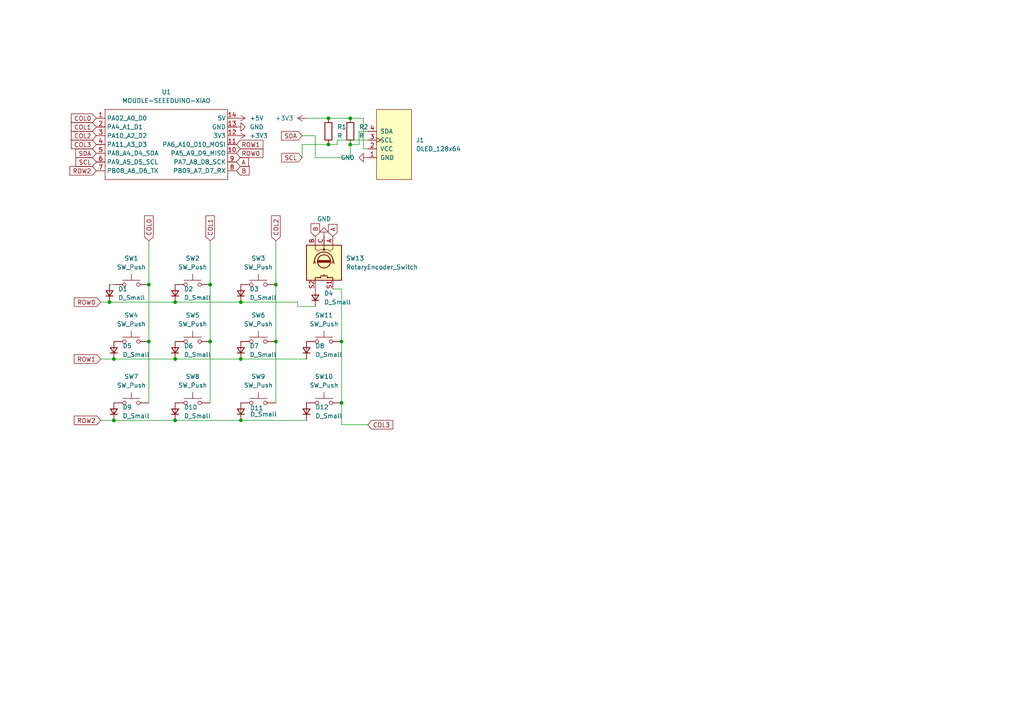
<source format=kicad_sch>
(kicad_sch (version 20231120) (generator "eeschema") (generator_version "8.0")
  (paper "A4")
  (lib_symbols
    (symbol "Device:D_Small" (pin_numbers hide) (pin_names (offset 0.254) hide)
      (property "Reference" "D" (at -1.27 2.032 0))
      (property "Value" "D_Small" (at -3.81 -2.032 0))
      (symbol "D_Small_0_1"
        (polyline (pts (xy -0.762 -1.016) (xy -0.762 1.016)) (stroke (width 0.254)))
        (polyline (pts (xy -0.762 0) (xy 0.762 0)))
        (polyline (pts (xy 0.762 -1.016) (xy -0.762 0) (xy 0.762 1.016) (xy 0.762 -1.016)) (stroke (width 0.254)))
      )
      (symbol "D_Small_1_1"
        (pin passive line (at -2.54 0 0) (length 1.778) (name "K") (number "1"))
        (pin passive line (at 2.54 0 180) (length 1.778) (name "A") (number "2"))
      )
    )
    (symbol "Device:R" (pin_numbers hide) (pin_names (offset 0))
      (property "Reference" "R" (at 2.032 0 90))
      (property "Value" "R" (at 0 0 90))
      (symbol "R_0_1"
        (rectangle (start -1.016 -2.54) (end 1.016 2.54) (stroke (width 0.254)))
      )
      (symbol "R_1_1"
        (pin passive line (at 0 3.81 270) (length 1.27) (name "~") (number "1"))
        (pin passive line (at 0 -3.81 90) (length 1.27) (name "~") (number "2"))
      )
    )
    (symbol "Device:RotaryEncoder_Switch" (pin_names (offset 0.254) hide)
      (property "Reference" "SW" (at 0 6.604 0))
      (property "Value" "RotaryEncoder_Switch" (at 0 -6.604 0))
      (symbol "RotaryEncoder_Switch_0_1"
        (rectangle (start -5.08 5.08) (end 5.08 -5.08) (stroke (width 0.254)) (fill (type background)))
        (circle (center -3.81 0) (radius 0.254) (fill (type outline)))
        (circle (center -0.381 0) (radius 1.905) (stroke (width 0.254)))
        (arc (start -0.381 2.667) (mid -3.0988 -0.0635) (end -0.381 -2.794) (stroke (width 0.254)))
        (polyline (pts (xy -0.635 -1.778) (xy -0.635 1.778)) (stroke (width 0.254)))
        (polyline (pts (xy -0.381 -1.778) (xy -0.381 1.778)) (stroke (width 0.254)))
        (polyline (pts (xy -0.127 1.778) (xy -0.127 -1.778)) (stroke (width 0.254)))
        (polyline (pts (xy 3.81 0) (xy 3.429 0)) (stroke (width 0.254)))
        (polyline (pts (xy 3.81 1.016) (xy 3.81 -1.016)) (stroke (width 0.254)))
        (polyline (pts (xy -5.08 -2.54) (xy -3.81 -2.54) (xy -3.81 -2.032)))
        (polyline (pts (xy -5.08 2.54) (xy -3.81 2.54) (xy -3.81 2.032)))
        (polyline (pts (xy 0.254 -3.048) (xy -0.508 -2.794) (xy 0.127 -2.413)) (stroke (width 0.254)))
        (polyline (pts (xy 0.254 2.921) (xy -0.508 2.667) (xy 0.127 2.286)) (stroke (width 0.254)))
        (polyline (pts (xy 5.08 -2.54) (xy 4.318 -2.54) (xy 4.318 -1.016)) (stroke (width 0.254)))
        (polyline (pts (xy 5.08 2.54) (xy 4.318 2.54) (xy 4.318 1.016)) (stroke (width 0.254)))
        (polyline (pts (xy -5.08 0) (xy -3.81 0) (xy -3.81 -1.016) (xy -3.302 -2.032)))
        (polyline (pts (xy -4.318 0) (xy -3.81 0) (xy -3.81 1.016) (xy -3.302 2.032)))
        (circle (center 4.318 -1.016) (radius 0.127) (stroke (width 0.254)))
        (circle (center 4.318 1.016) (radius 0.127) (stroke (width 0.254)))
      )
      (symbol "RotaryEncoder_Switch_1_1"
        (pin passive line (at -7.62 2.54 0) (length 2.54) (name "A") (number "A"))
        (pin passive line (at -7.62 -2.54 0) (length 2.54) (name "B") (number "B"))
        (pin passive line (at -7.62 0 0) (length 2.54) (name "C") (number "C"))
        (pin passive line (at 7.62 2.54 180) (length 2.54) (name "S1") (number "S1"))
        (pin passive line (at 7.62 -2.54 180) (length 2.54) (name "S2") (number "S2"))
      )
    )
    (symbol "ScottoKeebs:OLED_128x64" (pin_names (offset 1.016))
      (property "Reference" "J" (at 0 -11.43 0))
      (property "Value" "OLED_128x64" (at 0 -7.62 0))
      (symbol "OLED_128x64_0_1"
        (rectangle (start 10.16 -10.16) (end -10.16 0) (fill (type background)))
      )
      (symbol "OLED_128x64_1_1"
        (pin power_in line (at -3.81 2.54 270) (length 2.54) (name "GND") (number "1"))
        (pin power_in line (at -1.27 2.54 270) (length 2.54) (name "VCC") (number "2"))
        (pin input clock (at 1.27 2.54 270) (length 2.54) (name "SCL") (number "3"))
        (pin bidirectional line (at 3.81 2.54 270) (length 2.54) (name "SDA") (number "4"))
      )
    )
    (symbol "Switch:SW_Push" (pin_numbers hide) (pin_names (offset 1.016) hide)
      (property "Reference" "SW" (at 1.27 2.54 0))
      (property "Value" "SW_Push" (at 0 -1.524 0))
      (symbol "SW_Push_0_1"
        (circle (center -2.032 0) (radius 0.508))
        (polyline (pts (xy 0 1.27) (xy 0 3.048)))
        (polyline (pts (xy 2.54 1.27) (xy -2.54 1.27)))
        (circle (center 2.032 0) (radius 0.508))
        (pin passive line (at -5.08 0 0) (length 2.54) (name "1") (number "1"))
        (pin passive line (at 5.08 0 180) (length 2.54) (name "2") (number "2"))
      )
    )
    (symbol "XIAO_RP2040:MOUDLE-SEEEDUINO-XIAO"
      (property "Reference" "U" (at -16.51 11.43 0))
      (property "Value" "MOUDLE-SEEEDUINO-XIAO" (at -3.81 -11.43 0))
      (symbol "MOUDLE-SEEEDUINO-XIAO_0_1"
        (rectangle (start -16.51 10.16) (end 19.05 -10.16))
      )
      (symbol "MOUDLE-SEEEDUINO-XIAO_1_1"
        (pin passive line (at -19.05 7.62 0) (length 2.54) (name "PA02_A0_D0") (number "1"))
        (pin passive line (at 21.59 -2.54 180) (length 2.54) (name "PA5_A9_D9_MISO") (number "10"))
        (pin passive line (at 21.59 0 180) (length 2.54) (name "PA6_A10_D10_MOSI") (number "11"))
        (pin passive line (at 21.59 2.54 180) (length 2.54) (name "3V3") (number "12"))
        (pin passive line (at 21.59 5.08 180) (length 2.54) (name "GND") (number "13"))
        (pin passive line (at 21.59 7.62 180) (length 2.54) (name "5V") (number "14"))
        (pin passive line (at -19.05 5.08 0) (length 2.54) (name "PA4_A1_D1") (number "2"))
        (pin passive line (at -19.05 2.54 0) (length 2.54) (name "PA10_A2_D2") (number "3"))
        (pin passive line (at -19.05 0 0) (length 2.54) (name "PA11_A3_D3") (number "4"))
        (pin passive line (at -19.05 -2.54 0) (length 2.54) (name "PA8_A4_D4_SDA") (number "5"))
        (pin passive line (at -19.05 -5.08 0) (length 2.54) (name "PA9_A5_D5_SCL") (number "6"))
        (pin passive line (at -19.05 -7.62 0) (length 2.54) (name "PB08_A6_D6_TX") (number "7"))
        (pin passive line (at 21.59 -7.62 180) (length 2.54) (name "PB09_A7_D7_RX") (number "8"))
        (pin passive line (at 21.59 -5.08 180) (length 2.54) (name "PA7_A8_D8_SCK") (number "9"))
      )
    )
    (symbol "power:+3V3" (power) (pin_numbers hide) (pin_names (offset 0) hide)
      (property "Value" "+3V3" (at 0 3.556 0))
      (symbol "+3V3_0_1"
        (polyline (pts (xy -0.762 1.27) (xy 0 2.54)))
        (polyline (pts (xy 0 0) (xy 0 2.54)))
        (polyline (pts (xy 0 2.54) (xy 0.762 1.27)))
      )
      (symbol "+3V3_1_1"
        (pin power_in line (at 0 0 90) (length 0) (name "~") (number "1"))
      )
    )
    (symbol "power:+5V" (power) (pin_numbers hide) (pin_names (offset 0) hide)
      (property "Value" "+5V" (at 0 3.556 0))
      (symbol "+5V_0_1"
        (polyline (pts (xy -0.762 1.27) (xy 0 2.54)))
        (polyline (pts (xy 0 0) (xy 0 2.54)))
        (polyline (pts (xy 0 2.54) (xy 0.762 1.27)))
      )
      (symbol "+5V_1_1"
        (pin power_in line (at 0 0 90) (length 0) (name "~") (number "1"))
      )
    )
    (symbol "power:GND" (power) (pin_numbers hide) (pin_names (offset 0) hide)
      (property "Value" "GND" (at 0 -3.81 0))
      (symbol "GND_0_1"
        (polyline (pts (xy 0 0) (xy 0 -1.27) (xy 1.27 -1.27) (xy 0 -2.54) (xy -1.27 -1.27) (xy 0 -1.27)))
      )
      (symbol "GND_1_1"
        (pin power_in line (at 0 0 270) (length 0) (name "~") (number "1"))
      )
    )
  )
  (junction (at 33.02 121.92))
  (junction (at 69.85 121.92))
  (junction (at 80.01 82.55))
  (junction (at 69.85 104.14))
  (junction (at 69.85 87.63))
  (junction (at 95.25 34.29))
  (junction (at 50.8 104.14))
  (junction (at 43.18 99.06))
  (junction (at 101.6 41.91))
  (junction (at 50.8 121.92))
  (junction (at 101.6 34.29))
  (junction (at 99.06 99.06))
  (junction (at 31.75 87.63))
  (junction (at 33.02 104.14))
  (junction (at 50.8 87.63))
  (junction (at 99.06 116.84))
  (junction (at 60.96 99.06))
  (junction (at 80.01 99.06))
  (junction (at 43.18 82.55))
  (junction (at 95.25 41.91))
  (junction (at 60.96 82.55))
  (wire (pts (xy 50.8 121.92) (xy 69.85 121.92)))
  (wire (pts (xy 50.8 104.14) (xy 69.85 104.14)))
  (wire (pts (xy 50.8 87.63) (xy 69.85 87.63)))
  (wire (pts (xy 99.06 123.19) (xy 99.06 116.84)))
  (wire (pts (xy 99.06 116.84) (xy 99.06 99.06)))
  (wire (pts (xy 60.96 69.85) (xy 60.96 82.55)))
  (wire (pts (xy 80.01 82.55) (xy 80.01 99.06)))
  (wire (pts (xy 69.85 121.92) (xy 88.9 121.92)))
  (wire (pts (xy 86.36 87.63) (xy 86.36 88.9)))
  (wire (pts (xy 86.36 88.9) (xy 91.44 88.9)))
  (wire (pts (xy 91.44 39.37) (xy 87.63 39.37)))
  (wire (pts (xy 29.21 121.92) (xy 33.02 121.92)))
  (wire (pts (xy 99.06 83.82) (xy 96.52 83.82)))
  (wire (pts (xy 33.02 104.14) (xy 50.8 104.14)))
  (wire (pts (xy 31.75 87.63) (xy 50.8 87.63)))
  (wire (pts (xy 97.79 41.91) (xy 95.25 41.91)))
  (wire (pts (xy 97.79 40.64) (xy 106.68 40.64)))
  (wire (pts (xy 104.14 38.1) (xy 104.14 41.91)))
  (wire (pts (xy 105.41 34.29) (xy 105.41 43.18)))
  (wire (pts (xy 105.41 43.18) (xy 106.68 43.18)))
  (wire (pts (xy 43.18 99.06) (xy 43.18 116.84)))
  (wire (pts (xy 69.85 87.63) (xy 86.36 87.63)))
  (wire (pts (xy 95.25 34.29) (xy 101.6 34.29)))
  (wire (pts (xy 104.14 41.91) (xy 101.6 41.91)))
  (wire (pts (xy 43.18 69.85) (xy 43.18 82.55)))
  (wire (pts (xy 31.75 82.55) (xy 33.02 82.55)))
  (wire (pts (xy 43.18 82.55) (xy 43.18 99.06)))
  (wire (pts (xy 97.79 40.64) (xy 97.79 41.91)))
  (wire (pts (xy 106.68 123.19) (xy 99.06 123.19)))
  (wire (pts (xy 87.63 41.91) (xy 87.63 45.72)))
  (wire (pts (xy 80.01 99.06) (xy 80.01 116.84)))
  (wire (pts (xy 80.01 69.85) (xy 80.01 82.55)))
  (wire (pts (xy 88.9 34.29) (xy 95.25 34.29)))
  (wire (pts (xy 60.96 82.55) (xy 60.96 99.06)))
  (wire (pts (xy 95.25 41.91) (xy 87.63 41.91)))
  (wire (pts (xy 33.02 121.92) (xy 50.8 121.92)))
  (wire (pts (xy 99.06 99.06) (xy 99.06 83.82)))
  (wire (pts (xy 101.6 34.29) (xy 105.41 34.29)))
  (wire (pts (xy 91.44 45.72) (xy 91.44 39.37)))
  (wire (pts (xy 29.21 104.14) (xy 33.02 104.14)))
  (wire (pts (xy 106.68 38.1) (xy 104.14 38.1)))
  (wire (pts (xy 69.85 119.38) (xy 69.85 120.65)))
  (wire (pts (xy 60.96 99.06) (xy 60.96 116.84)))
  (wire (pts (xy 101.6 45.72) (xy 91.44 45.72)))
  (wire (pts (xy 101.6 41.91) (xy 101.6 45.72)))
  (wire (pts (xy 69.85 104.14) (xy 88.9 104.14)))
  (wire (pts (xy 29.21 87.63) (xy 31.75 87.63)))
  (global_label "COL3" (shape input) (at 27.94 41.91 180) (property "Intersheetrefs" "${INTERSHEET_REFS}" (effects (hide yes))))
  (global_label "B" (shape input) (at 68.58 49.53 0) (property "Intersheetrefs" "${INTERSHEET_REFS}" (effects (hide yes))))
  (global_label "A" (shape input) (at 96.52 68.58 90) (property "Intersheetrefs" "${INTERSHEET_REFS}" (effects (hide yes))))
  (global_label "ROW0" (shape input) (at 68.58 44.45 0) (property "Intersheetrefs" "${INTERSHEET_REFS}" (effects (hide yes))))
  (global_label "COL2" (shape input) (at 27.94 39.37 180) (property "Intersheetrefs" "${INTERSHEET_REFS}" (effects (hide yes))))
  (global_label "COL2" (shape input) (at 80.01 69.85 90) (property "Intersheetrefs" "${INTERSHEET_REFS}" (effects (hide yes))))
  (global_label "COL1" (shape input) (at 27.94 36.83 180) (property "Intersheetrefs" "${INTERSHEET_REFS}" (effects (hide yes))))
  (global_label "ROW2" (shape input) (at 27.94 49.53 180) (property "Intersheetrefs" "${INTERSHEET_REFS}" (effects (hide yes))))
  (global_label "ROW1" (shape input) (at 29.21 104.14 180) (property "Intersheetrefs" "${INTERSHEET_REFS}" (effects (hide yes))))
  (global_label "COL0" (shape input) (at 27.94 34.29 180) (property "Intersheetrefs" "${INTERSHEET_REFS}" (effects (hide yes))))
  (global_label "A" (shape input) (at 68.58 46.99 0) (property "Intersheetrefs" "${INTERSHEET_REFS}" (effects (hide yes))))
  (global_label "SCL" (shape input) (at 27.94 46.99 180) (property "Intersheetrefs" "${INTERSHEET_REFS}" (effects (hide yes))))
  (global_label "ROW1" (shape input) (at 68.58 41.91 0) (property "Intersheetrefs" "${INTERSHEET_REFS}" (effects (hide yes))))
  (global_label "SDA" (shape input) (at 27.94 44.45 180) (property "Intersheetrefs" "${INTERSHEET_REFS}" (effects (hide yes))))
  (global_label "COL1" (shape input) (at 60.96 69.85 90) (property "Intersheetrefs" "${INTERSHEET_REFS}" (effects (hide yes))))
  (global_label "COL3" (shape input) (at 106.68 123.19 0) (property "Intersheetrefs" "${INTERSHEET_REFS}" (effects (hide yes))))
  (global_label "B" (shape input) (at 91.44 68.58 90) (property "Intersheetrefs" "${INTERSHEET_REFS}" (effects (hide yes))))
  (global_label "SDA" (shape input) (at 87.63 39.37 180) (property "Intersheetrefs" "${INTERSHEET_REFS}" (effects (hide yes))))
  (global_label "ROW2" (shape input) (at 29.21 121.92 180) (property "Intersheetrefs" "${INTERSHEET_REFS}" (effects (hide yes))))
  (global_label "ROW0" (shape input) (at 29.21 87.63 180) (property "Intersheetrefs" "${INTERSHEET_REFS}" (effects (hide yes))))
  (global_label "COL0" (shape input) (at 43.18 69.85 90) (property "Intersheetrefs" "${INTERSHEET_REFS}" (effects (hide yes))))
  (global_label "SCL" (shape input) (at 87.63 45.72 180) (property "Intersheetrefs" "${INTERSHEET_REFS}" (effects (hide yes))))
  (symbol (lib_id "power:GND") (at 68.58 36.83 90) (unit 1)
    (property "Reference" "#PWR02" (effects (hide yes)))
    (property "Value" "GND" (at 72.39 36.8299 90) (effects (justify right)))
    (property "Description" "Power symbol creates a global label with name \"GND\" , ground" (effects (hide yes)))
  )
  (symbol (lib_id "Switch:SW_Push") (at 74.93 99.06 0) (unit 1)
    (property "Reference" "SW6" (at 74.93 91.44 0))
    (property "Value" "SW_Push" (at 74.93 93.98 0))
    (property "Footprint" "Button_Switch_Keyboard:SW_Cherry_MX_1.00u_PCB" (effects (hide yes)))
    (property "Description" "Push button switch, generic, two pins" (effects (hide yes)))
  )
  (symbol (lib_id "power:+5V") (at 68.58 34.29 270) (unit 1)
    (property "Reference" "#PWR03" (effects (hide yes)))
    (property "Value" "+5V" (at 72.39 34.2899 90) (effects (justify left)))
    (property "Description" "Power symbol creates a global label with name \"+5V\"" (effects (hide yes)))
  )
  (symbol (lib_id "Device:D_Small") (at 50.8 119.38 90) (unit 1)
    (property "Reference" "D10" (at 53.34 118.1099 90) (effects (justify right)))
    (property "Value" "D_Small" (at 53.34 120.6499 90) (effects (justify right)))
    (property "Footprint" "ScottoKeebs_Components:Diode_DO-35" (effects (hide yes)))
    (property "Description" "Diode, small symbol" (effects (hide yes)))
    (property "Sim.Device" "D" (effects (hide yes)))
    (property "Sim.Pins" "1=K 2=A" (effects (hide yes)))
  )
  (symbol (lib_id "XIAO_RP2040:MOUDLE-SEEEDUINO-XIAO") (at 46.99 41.91 0) (unit 1)
    (property "Reference" "U1" (at 48.26 26.67 0))
    (property "Value" "MOUDLE-SEEEDUINO-XIAO" (at 48.26 29.21 0))
    (property "Footprint" "footprints:XIAO-Generic-Hybrid-14P-2.54-21X17.8MM" (effects (hide yes)))
  )
  (symbol (lib_id "Device:D_Small") (at 69.85 101.6 90) (unit 1)
    (property "Reference" "D7" (at 72.39 100.3299 90) (effects (justify right)))
    (property "Value" "D_Small" (at 72.39 102.8699 90) (effects (justify right)))
    (property "Footprint" "ScottoKeebs_Components:Diode_DO-35" (effects (hide yes)))
    (property "Description" "Diode, small symbol" (effects (hide yes)))
    (property "Sim.Device" "D" (effects (hide yes)))
    (property "Sim.Pins" "1=K 2=A" (effects (hide yes)))
  )
  (symbol (lib_id "power:GND") (at 106.68 45.72 270) (unit 1)
    (property "Reference" "#PWR05" (effects (hide yes)))
    (property "Value" "GND" (at 102.87 45.7199 90) (effects (justify right)))
    (property "Description" "Power symbol creates a global label with name \"GND\" , ground" (effects (hide yes)))
  )
  (symbol (lib_id "Device:R") (at 95.25 38.1 0) (unit 1)
    (property "Reference" "R1" (at 97.79 36.8299 0) (effects (justify left)))
    (property "Value" "R" (at 97.79 39.3699 0) (effects (justify left)))
    (property "Footprint" "Resistor_THT:R_Axial_DIN0204_L3.6mm_D1.6mm_P7.62mm_Horizontal" (effects (hide yes)))
    (property "Description" "Resistor" (effects (hide yes)))
  )
  (symbol (lib_id "Device:D_Small") (at 69.85 85.09 90) (unit 1)
    (property "Reference" "D3" (at 72.39 83.8199 90) (effects (justify right)))
    (property "Value" "D_Small" (at 72.39 86.3599 90) (effects (justify right)))
    (property "Footprint" "ScottoKeebs_Components:Diode_DO-35" (effects (hide yes)))
    (property "Description" "Diode, small symbol" (effects (hide yes)))
    (property "Sim.Device" "D" (effects (hide yes)))
    (property "Sim.Pins" "1=K 2=A" (effects (hide yes)))
  )
  (symbol (lib_id "Switch:SW_Push") (at 38.1 99.06 0) (unit 1)
    (property "Reference" "SW4" (at 38.1 91.44 0))
    (property "Value" "SW_Push" (at 38.1 93.98 0))
    (property "Footprint" "Button_Switch_Keyboard:SW_Cherry_MX_1.00u_PCB" (effects (hide yes)))
    (property "Description" "Push button switch, generic, two pins" (effects (hide yes)))
  )
  (symbol (lib_id "Device:D_Small") (at 69.85 119.38 90) (unit 1)
    (property "Reference" "D11" (at 74.422 118.364 90))
    (property "Value" "D_Small" (at 76.454 120.142 90))
    (property "Footprint" "ScottoKeebs_Components:Diode_DO-35" (effects (hide yes)))
    (property "Description" "Diode, small symbol" (effects (hide yes)))
    (property "Sim.Device" "D" (effects (hide yes)))
    (property "Sim.Pins" "1=K 2=A" (effects (hide yes)))
  )
  (symbol (lib_id "Switch:SW_Push") (at 93.98 116.84 0) (unit 1)
    (property "Reference" "SW10" (at 93.98 109.22 0))
    (property "Value" "SW_Push" (at 93.98 111.76 0))
    (property "Footprint" "Button_Switch_Keyboard:SW_Cherry_MX_1.00u_PCB" (effects (hide yes)))
    (property "Description" "Push button switch, generic, two pins" (effects (hide yes)))
  )
  (symbol (lib_id "Switch:SW_Push") (at 55.88 116.84 0) (unit 1)
    (property "Reference" "SW8" (at 55.88 109.22 0))
    (property "Value" "SW_Push" (at 55.88 111.76 0))
    (property "Footprint" "Button_Switch_Keyboard:SW_Cherry_MX_1.00u_PCB" (effects (hide yes)))
    (property "Description" "Push button switch, generic, two pins" (effects (hide yes)))
  )
  (symbol (lib_id "Switch:SW_Push") (at 38.1 82.55 0) (unit 1)
    (property "Reference" "SW1" (at 38.1 74.93 0))
    (property "Value" "SW_Push" (at 38.1 77.47 0))
    (property "Footprint" "Button_Switch_Keyboard:SW_Cherry_MX_1.00u_PCB" (effects (hide yes)))
    (property "Description" "Push button switch, generic, two pins" (effects (hide yes)))
  )
  (symbol (lib_id "Switch:SW_Push") (at 74.93 116.84 0) (unit 1)
    (property "Reference" "SW9" (at 74.93 109.22 0))
    (property "Value" "SW_Push" (at 74.93 111.76 0))
    (property "Footprint" "Button_Switch_Keyboard:SW_Cherry_MX_1.00u_PCB" (effects (hide yes)))
    (property "Description" "Push button switch, generic, two pins" (effects (hide yes)))
  )
  (symbol (lib_id "Device:R") (at 101.6 38.1 0) (unit 1)
    (property "Reference" "R2" (at 104.14 36.8299 0) (effects (justify left)))
    (property "Value" "R" (at 104.14 39.3699 0) (effects (justify left)))
    (property "Footprint" "Resistor_THT:R_Axial_DIN0204_L3.6mm_D1.6mm_P7.62mm_Horizontal" (effects (hide yes)))
    (property "Description" "Resistor" (effects (hide yes)))
  )
  (symbol (lib_id "ScottoKeebs:OLED_128x64") (at 109.22 41.91 90) (unit 1)
    (property "Reference" "J1" (at 120.65 40.6399 90) (effects (justify right)))
    (property "Value" "OLED_128x64" (at 120.65 43.1799 90) (effects (justify right)))
    (property "Footprint" "ScottoKeebs_Components:OLED_128x64" (effects (hide yes)))
  )
  (symbol (lib_id "Device:RotaryEncoder_Switch") (at 93.98 76.2 270) (unit 1)
    (property "Reference" "SW13" (at 100.33 74.9299 90) (effects (justify left)))
    (property "Value" "RotaryEncoder_Switch" (at 100.33 77.4699 90) (effects (justify left)))
    (property "Footprint" "Rotary_Encoder:RotaryEncoder_Alps_EC11E-Switch_Vertical_H20mm" (effects (hide yes)))
    (property "Description" "Rotary encoder, dual channel, incremental quadrate outputs, with switch" (effects (hide yes)))
  )
  (symbol (lib_id "Device:D_Small") (at 91.44 86.36 90) (unit 1)
    (property "Reference" "D4" (at 93.98 85.0899 90) (effects (justify right)))
    (property "Value" "D_Small" (at 93.98 87.6299 90) (effects (justify right)))
    (property "Footprint" "ScottoKeebs_Components:Diode_DO-35" (effects (hide yes)))
    (property "Description" "Diode, small symbol" (effects (hide yes)))
    (property "Sim.Device" "D" (effects (hide yes)))
    (property "Sim.Pins" "1=K 2=A" (effects (hide yes)))
  )
  (symbol (lib_id "Device:D_Small") (at 88.9 119.38 90) (unit 1)
    (property "Reference" "D12" (at 91.44 118.1099 90) (effects (justify right)))
    (property "Value" "D_Small" (at 91.44 120.6499 90) (effects (justify right)))
    (property "Footprint" "ScottoKeebs_Components:Diode_DO-35" (effects (hide yes)))
    (property "Description" "Diode, small symbol" (effects (hide yes)))
    (property "Sim.Device" "D" (effects (hide yes)))
    (property "Sim.Pins" "1=K 2=A" (effects (hide yes)))
  )
  (symbol (lib_id "Switch:SW_Push") (at 74.93 82.55 0) (unit 1)
    (property "Reference" "SW3" (at 74.93 74.93 0))
    (property "Value" "SW_Push" (at 74.93 77.47 0))
    (property "Footprint" "Button_Switch_Keyboard:SW_Cherry_MX_1.00u_PCB" (effects (hide yes)))
    (property "Description" "Push button switch, generic, two pins" (effects (hide yes)))
  )
  (symbol (lib_id "Device:D_Small") (at 33.02 101.6 90) (unit 1)
    (property "Reference" "D5" (at 35.56 100.3299 90) (effects (justify right)))
    (property "Value" "D_Small" (at 35.56 102.8699 90) (effects (justify right)))
    (property "Footprint" "ScottoKeebs_Components:Diode_DO-35" (effects (hide yes)))
    (property "Description" "Diode, small symbol" (effects (hide yes)))
    (property "Sim.Device" "D" (effects (hide yes)))
    (property "Sim.Pins" "1=K 2=A" (effects (hide yes)))
  )
  (symbol (lib_id "Device:D_Small") (at 33.02 119.38 90) (unit 1)
    (property "Reference" "D9" (at 35.56 118.1099 90) (effects (justify right)))
    (property "Value" "D_Small" (at 35.56 120.6499 90) (effects (justify right)))
    (property "Footprint" "ScottoKeebs_Components:Diode_DO-35" (effects (hide yes)))
    (property "Description" "Diode, small symbol" (effects (hide yes)))
    (property "Sim.Device" "D" (effects (hide yes)))
    (property "Sim.Pins" "1=K 2=A" (effects (hide yes)))
  )
  (symbol (lib_id "Device:D_Small") (at 88.9 101.6 90) (unit 1)
    (property "Reference" "D8" (at 91.44 100.3299 90) (effects (justify right)))
    (property "Value" "D_Small" (at 91.44 102.8699 90) (effects (justify right)))
    (property "Footprint" "ScottoKeebs_Components:Diode_DO-35" (effects (hide yes)))
    (property "Description" "Diode, small symbol" (effects (hide yes)))
    (property "Sim.Device" "D" (effects (hide yes)))
    (property "Sim.Pins" "1=K 2=A" (effects (hide yes)))
  )
  (symbol (lib_id "Switch:SW_Push") (at 93.98 99.06 0) (unit 1)
    (property "Reference" "SW11" (at 93.98 91.44 0))
    (property "Value" "SW_Push" (at 93.98 93.98 0))
    (property "Footprint" "Button_Switch_Keyboard:SW_Cherry_MX_1.00u_PCB" (effects (hide yes)))
    (property "Description" "Push button switch, generic, two pins" (effects (hide yes)))
  )
  (symbol (lib_id "Switch:SW_Push") (at 55.88 99.06 0) (unit 1)
    (property "Reference" "SW5" (at 55.88 91.44 0))
    (property "Value" "SW_Push" (at 55.88 93.98 0))
    (property "Footprint" "Button_Switch_Keyboard:SW_Cherry_MX_1.00u_PCB" (effects (hide yes)))
    (property "Description" "Push button switch, generic, two pins" (effects (hide yes)))
  )
  (symbol (lib_id "Device:D_Small") (at 31.75 85.09 90) (unit 1)
    (property "Reference" "D1" (at 34.29 83.8199 90) (effects (justify right)))
    (property "Value" "D_Small" (at 34.29 86.3599 90) (effects (justify right)))
    (property "Footprint" "ScottoKeebs_Components:Diode_DO-35" (effects (hide yes)))
    (property "Description" "Diode, small symbol" (effects (hide yes)))
    (property "Sim.Device" "D" (effects (hide yes)))
    (property "Sim.Pins" "1=K 2=A" (effects (hide yes)))
  )
  (symbol (lib_id "Switch:SW_Push") (at 55.88 82.55 0) (unit 1)
    (property "Reference" "SW2" (at 55.88 74.93 0))
    (property "Value" "SW_Push" (at 55.88 77.47 0))
    (property "Footprint" "Button_Switch_Keyboard:SW_Cherry_MX_1.00u_PCB" (effects (hide yes)))
    (property "Description" "Push button switch, generic, two pins" (effects (hide yes)))
  )
  (symbol (lib_id "Device:D_Small") (at 50.8 101.6 90) (unit 1)
    (property "Reference" "D6" (at 53.34 100.3299 90) (effects (justify right)))
    (property "Value" "D_Small" (at 53.34 102.8699 90) (effects (justify right)))
    (property "Footprint" "ScottoKeebs_Components:Diode_DO-35" (effects (hide yes)))
    (property "Description" "Diode, small symbol" (effects (hide yes)))
    (property "Sim.Device" "D" (effects (hide yes)))
    (property "Sim.Pins" "1=K 2=A" (effects (hide yes)))
  )
  (symbol (lib_id "power:+3V3") (at 88.9 34.29 90) (unit 1)
    (property "Reference" "#PWR06" (effects (hide yes)))
    (property "Value" "+3V3" (at 85.09 34.2899 90) (effects (justify left)))
    (property "Description" "Power symbol creates a global label with name \"+3V3\"" (effects (hide yes)))
  )
  (symbol (lib_id "Device:D_Small") (at 50.8 85.09 90) (unit 1)
    (property "Reference" "D2" (at 53.34 83.8199 90) (effects (justify right)))
    (property "Value" "D_Small" (at 53.34 86.3599 90) (effects (justify right)))
    (property "Footprint" "ScottoKeebs_Components:Diode_DO-35" (effects (hide yes)))
    (property "Description" "Diode, small symbol" (effects (hide yes)))
    (property "Sim.Device" "D" (effects (hide yes)))
    (property "Sim.Pins" "1=K 2=A" (effects (hide yes)))
  )
  (symbol (lib_id "power:+3V3") (at 68.58 39.37 270) (unit 1)
    (property "Reference" "#PWR01" (effects (hide yes)))
    (property "Value" "+3V3" (at 72.39 39.3699 90) (effects (justify left)))
    (property "Description" "Power symbol creates a global label with name \"+3V3\"" (effects (hide yes)))
  )
  (symbol (lib_id "power:GND") (at 93.98 68.58 180) (unit 1)
    (property "Reference" "#PWR04" (effects (hide yes)))
    (property "Value" "GND" (at 93.98 63.5 0))
    (property "Description" "Power symbol creates a global label with name \"GND\" , ground" (effects (hide yes)))
  )
  (symbol (lib_id "Switch:SW_Push") (at 38.1 116.84 0) (unit 1)
    (property "Reference" "SW7" (at 38.1 109.22 0))
    (property "Value" "SW_Push" (at 38.1 111.76 0))
    (property "Footprint" "Button_Switch_Keyboard:SW_Cherry_MX_1.00u_PCB" (effects (hide yes)))
    (property "Description" "Push button switch, generic, two pins" (effects (hide yes)))
  )
)
</source>
